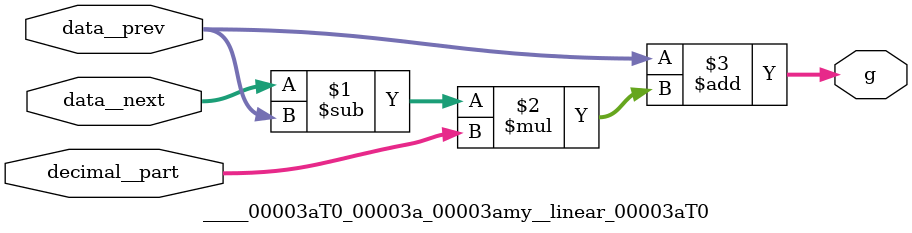
<source format=v>
`timescale 1ps/1ps

module _____00003aT0_00003a_00003amy__linear_00003aT0( decimal__part, data__prev, data__next, g ); 
   input [23:0] decimal__part;
   input signed[31:0] data__prev;
   input signed[31:0] data__next;
   output [31:0] g;

   assign g = (data__prev + ((data__next - data__prev) * decimal__part));

endmodule
</source>
